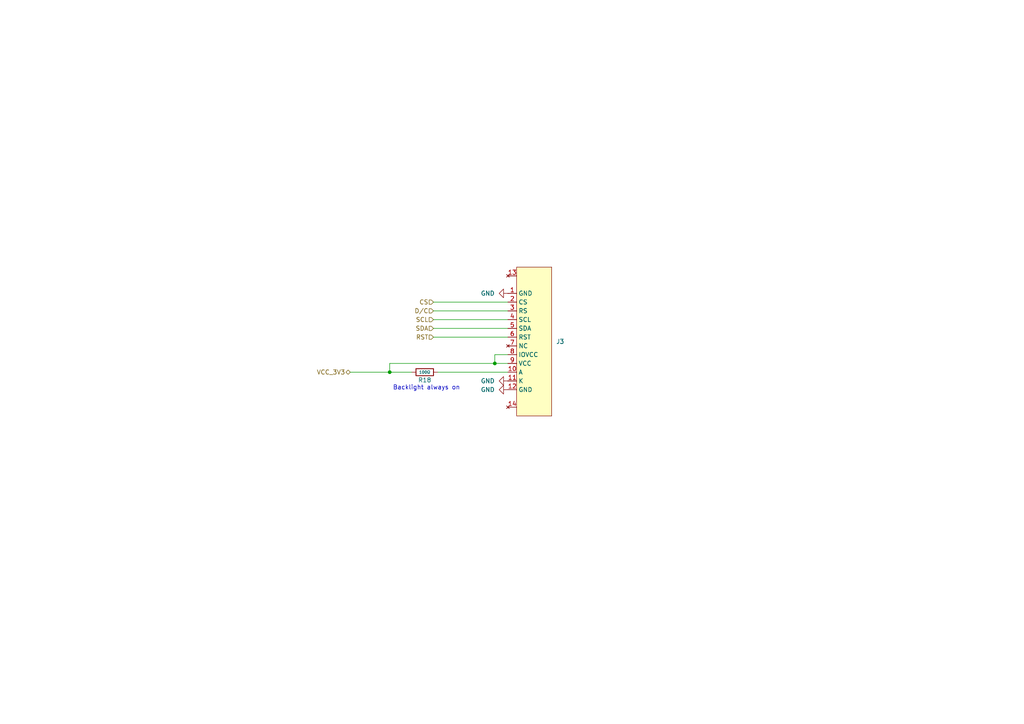
<source format=kicad_sch>
(kicad_sch (version 20250114) (generator "eeschema") (generator_version "9.0")
  (paper "A4")
  (lib_symbols
    (symbol "PCM_JLCPCB-Resistors:0402,100Ω" (pin_numbers (hide yes)) (pin_names (offset 0))
      (property "Reference" "R" (at 1.778 0 0))
      (property "Value" "100Ω" (at 0 0 90))
      (symbol "0402,100Ω_0_1"
        (rectangle (start -1.016 2.54) (end 1.016 -2.54) (stroke (width 0.254)))
      )
      (symbol "0402,100Ω_1_1"
        (pin passive line (at 0 3.81 270) (length 1.27) (name "~") (number "1"))
        (pin passive line (at 0 -3.81 90) (length 1.27) (name "~") (number "2"))
      )
    )
    (symbol "lcsc-lib:JUSHUO_AFC01-S12FCA-00"
      (property "Reference" "J" (at 0 21.59 0))
      (symbol "JUSHUO_AFC01-S12FCA-00_1_1"
        (rectangle (start -5.08 20.32) (end 5.08 -22.86) (fill (type background)))
        (pin no_connect line (at -7.62 17.78 0) (length 2.54) (name "") (number "13"))
        (pin bidirectional line (at -7.62 12.7 0) (length 2.54) (name "GND") (number "1"))
        (pin bidirectional line (at -7.62 10.16 0) (length 2.54) (name "CS") (number "2"))
        (pin bidirectional line (at -7.62 7.62 0) (length 2.54) (name "RS") (number "3"))
        (pin bidirectional line (at -7.62 5.08 0) (length 2.54) (name "SCL") (number "4"))
        (pin bidirectional line (at -7.62 2.54 0) (length 2.54) (name "SDA") (number "5"))
        (pin bidirectional line (at -7.62 0 0) (length 2.54) (name "RST") (number "6"))
        (pin no_connect line (at -7.62 -2.54 0) (length 2.54) (name "NC") (number "7"))
        (pin bidirectional line (at -7.62 -5.08 0) (length 2.54) (name "IOVCC") (number "8"))
        (pin bidirectional line (at -7.62 -7.62 0) (length 2.54) (name "VCC") (number "9"))
        (pin bidirectional line (at -7.62 -10.16 0) (length 2.54) (name "A") (number "10"))
        (pin bidirectional line (at -7.62 -12.7 0) (length 2.54) (name "K") (number "11"))
        (pin bidirectional line (at -7.62 -15.24 0) (length 2.54) (name "GND") (number "12"))
        (pin no_connect line (at -7.62 -20.32 0) (length 2.54) (name "") (number "14"))
      )
    )
    (symbol "power:GND" (power) (pin_numbers (hide yes)) (pin_names (offset 0) (hide yes))
      (property "Value" "GND" (at 0 -3.81 0))
      (symbol "GND_0_1"
        (polyline (pts (xy 0 0) (xy 0 -1.27) (xy 1.27 -1.27) (xy 0 -2.54) (xy -1.27 -1.27) (xy 0 -1.27)))
      )
      (symbol "GND_1_1"
        (pin power_in line (at 0 0 270) (length 0) (name "~") (number "1"))
      )
    )
  )
  (text "Backlight always on" (exclude_from_sim yes) (at 123.698 112.522 0) (effects (font (size 1.27 1.27))))
  (junction (at 143.51 105.41))
  (junction (at 113.03 107.95))
  (wire (pts (xy 113.03 107.95) (xy 119.38 107.95)))
  (wire (pts (xy 125.73 90.17) (xy 147.32 90.17)))
  (wire (pts (xy 125.73 95.25) (xy 147.32 95.25)))
  (wire (pts (xy 125.73 92.71) (xy 147.32 92.71)))
  (wire (pts (xy 125.73 87.63) (xy 147.32 87.63)))
  (wire (pts (xy 101.6 107.95) (xy 113.03 107.95)))
  (wire (pts (xy 143.51 105.41) (xy 113.03 105.41)))
  (wire (pts (xy 143.51 105.41) (xy 147.32 105.41)))
  (wire (pts (xy 127 107.95) (xy 147.32 107.95)))
  (wire (pts (xy 147.32 102.87) (xy 143.51 102.87)))
  (wire (pts (xy 143.51 102.87) (xy 143.51 105.41)))
  (wire (pts (xy 113.03 105.41) (xy 113.03 107.95)))
  (wire (pts (xy 125.73 97.79) (xy 147.32 97.79)))
  (hierarchical_label "D{slash}C" (shape input) (at 125.73 90.17 180))
  (hierarchical_label "RST" (shape input) (at 125.73 97.79 180))
  (hierarchical_label "CS" (shape input) (at 125.73 87.63 180))
  (hierarchical_label "SCL" (shape input) (at 125.73 92.71 180))
  (hierarchical_label "SDA" (shape input) (at 125.73 95.25 180))
  (hierarchical_label "VCC_3V3" (shape bidirectional) (at 101.6 107.95 180))
  (symbol (lib_id "power:GND") (at 147.32 110.49 270) (unit 1)
    (property "Reference" "#PWR030" (effects (hide yes)))
    (property "Value" "GND" (at 143.51 110.4899 90) (effects (justify right)))
    (property "Description" "Power symbol creates a global label with name \"GND\" , ground" (effects (hide yes)))
  )
  (symbol (lib_id "power:GND") (at 147.32 113.03 270) (unit 1)
    (property "Reference" "#PWR029" (effects (hide yes)))
    (property "Value" "GND" (at 143.51 113.0299 90) (effects (justify right)))
    (property "Description" "Power symbol creates a global label with name \"GND\" , ground" (effects (hide yes)))
  )
  (symbol (lib_id "power:GND") (at 147.32 85.09 270) (unit 1)
    (property "Reference" "#PWR028" (effects (hide yes)))
    (property "Value" "GND" (at 143.51 85.0899 90) (effects (justify right)))
    (property "Description" "Power symbol creates a global label with name \"GND\" , ground" (effects (hide yes)))
  )
  (symbol (lib_id "lcsc-lib:JUSHUO_AFC01-S12FCA-00") (at 154.94 97.79 0) (unit 1)
    (property "Reference" "J3" (at 161.29 99.0599 0) (effects (justify left)))
    (property "Footprint" "lcsc-lib:FPC-SMD_AFC01-S12FCA-00" (effects (hide yes)))
    (property "Datasheet" "https://www.lcsc.com/datasheet/lcsc_datasheet_2504101957_JUSHUO-AFC01-S12FCA-00_C262661.pdf" (effects (hide yes)))
    (property "Description" "Flat Flexible Connector (FFC)" (effects (hide yes)))
    (property "LCSC" "C262661" (effects (hide yes)))
  )
  (symbol (lib_id "PCM_JLCPCB-Resistors:0402,100Ω") (at 123.19 107.95 90) (unit 1)
    (property "Reference" "R18" (at 123.19 110.236 90))
    (property "Value" "100Ω" (at 123.19 107.95 90) (effects (font (size 0.8 0.8))))
    (property "Footprint" "PCM_JLCPCB:R_0402" (effects (hide yes)))
    (property "Datasheet" "https://www.lcsc.com/datasheet/lcsc_datasheet_2205311900_UNI-ROYAL-Uniroyal-Elec-0402WGF1000TCE_C25076.pdf" (effects (hide yes)))
    (property "Description" "62.5mW Thick Film Resistors 50V ±1% ±200ppm/°C 100Ω 0402 Chip Resistor - Surface Mount ROHS" (effects (hide yes)))
    (property "LCSC" "C25076" (effects (hide yes)))
    (property "Stock" "4848279" (effects (hide yes)))
    (property "Price" "0.004USD" (effects (hide yes)))
    (property "Process" "SMT" (effects (hide yes)))
    (property "Minimum Qty" "20" (effects (hide yes)))
    (property "Attrition Qty" "10" (effects (hide yes)))
    (property "Class" "Basic Component" (effects (hide yes)))
    (property "Category" "Resistors,Chip Resistor - Surface Mount" (effects (hide yes)))
    (property "Manufacturer" "UNI-ROYAL(Uniroyal Elec)" (effects (hide yes)))
    (property "Part" "0402WGF1000TCE" (effects (hide yes)))
    (property "Resistance" "100Ω" (effects (hide yes)))
    (property "Power(Watts)" "62.5mW" (effects (hide yes)))
    (property "Type" "Thick Film Resistors" (effects (hide yes)))
    (property "Overload Voltage (Max)" "50V" (effects (hide yes)))
    (property "Operating Temperature Range" "-55°C~+155°C" (effects (hide yes)))
    (property "Tolerance" "±1%" (effects (hide yes)))
    (property "Temperature Coefficient" "±200ppm/°C" (effects (hide yes)))
  )
)
</source>
